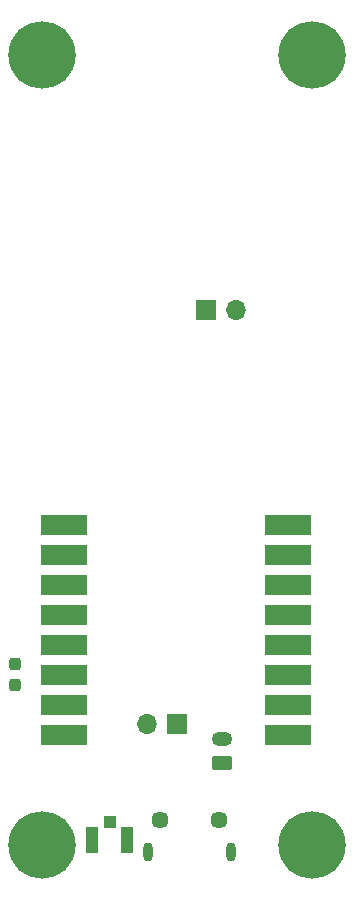
<source format=gbr>
%TF.GenerationSoftware,KiCad,Pcbnew,(6.0.8)*%
%TF.CreationDate,2023-05-05T23:38:08+01:00*%
%TF.ProjectId,circuit board design v1.0,63697263-7569-4742-9062-6f6172642064,rev?*%
%TF.SameCoordinates,Original*%
%TF.FileFunction,Soldermask,Bot*%
%TF.FilePolarity,Negative*%
%FSLAX46Y46*%
G04 Gerber Fmt 4.6, Leading zero omitted, Abs format (unit mm)*
G04 Created by KiCad (PCBNEW (6.0.8)) date 2023-05-05 23:38:08*
%MOMM*%
%LPD*%
G01*
G04 APERTURE LIST*
G04 Aperture macros list*
%AMRoundRect*
0 Rectangle with rounded corners*
0 $1 Rounding radius*
0 $2 $3 $4 $5 $6 $7 $8 $9 X,Y pos of 4 corners*
0 Add a 4 corners polygon primitive as box body*
4,1,4,$2,$3,$4,$5,$6,$7,$8,$9,$2,$3,0*
0 Add four circle primitives for the rounded corners*
1,1,$1+$1,$2,$3*
1,1,$1+$1,$4,$5*
1,1,$1+$1,$6,$7*
1,1,$1+$1,$8,$9*
0 Add four rect primitives between the rounded corners*
20,1,$1+$1,$2,$3,$4,$5,0*
20,1,$1+$1,$4,$5,$6,$7,0*
20,1,$1+$1,$6,$7,$8,$9,0*
20,1,$1+$1,$8,$9,$2,$3,0*%
G04 Aperture macros list end*
%ADD10R,1.700000X1.700000*%
%ADD11O,1.700000X1.700000*%
%ADD12C,1.450000*%
%ADD13O,0.800000X1.600000*%
%ADD14C,3.600000*%
%ADD15C,5.700000*%
%ADD16RoundRect,0.250000X0.625000X-0.350000X0.625000X0.350000X-0.625000X0.350000X-0.625000X-0.350000X0*%
%ADD17O,1.750000X1.200000*%
%ADD18R,4.000000X1.780000*%
%ADD19RoundRect,0.237500X0.237500X-0.300000X0.237500X0.300000X-0.237500X0.300000X-0.237500X-0.300000X0*%
%ADD20R,1.050000X2.200000*%
%ADD21R,1.050000X1.050000*%
G04 APERTURE END LIST*
D10*
%TO.C,J6*%
X37460000Y-45212000D03*
D11*
X40000000Y-45212000D03*
%TD*%
D10*
%TO.C,J1*%
X35057000Y-80264000D03*
D11*
X32517000Y-80264000D03*
%TD*%
D12*
%TO.C,J3*%
X33620000Y-88378000D03*
X38620000Y-88378000D03*
D13*
X32620000Y-91078000D03*
X39620000Y-91078000D03*
%TD*%
D14*
%TO.C,H4*%
X46482000Y-90500000D03*
D15*
X46482000Y-90500000D03*
%TD*%
D16*
%TO.C,J2*%
X38825000Y-83566000D03*
D17*
X38825000Y-81566000D03*
%TD*%
D15*
%TO.C,H2*%
X46482000Y-23622000D03*
D14*
X46482000Y-23622000D03*
%TD*%
%TO.C,H3*%
X23622000Y-23622000D03*
D15*
X23622000Y-23622000D03*
%TD*%
D14*
%TO.C,H1*%
X23749000Y-90500000D03*
D15*
X23622000Y-90500000D03*
%TD*%
D18*
%TO.C,U10*%
X25450000Y-81186000D03*
X25450000Y-78646000D03*
X25450000Y-76106000D03*
X25450000Y-73566000D03*
X25450000Y-71026000D03*
X25450000Y-68486000D03*
X25450000Y-65946000D03*
X25450000Y-63406000D03*
X44400000Y-63406000D03*
X44400000Y-65946000D03*
X44400000Y-68486000D03*
X44400000Y-71026000D03*
X44400000Y-73566000D03*
X44400000Y-76106000D03*
X44400000Y-78646000D03*
X44400000Y-81186000D03*
%TD*%
D19*
%TO.C,C27*%
X21336000Y-76935500D03*
X21336000Y-75210500D03*
%TD*%
D20*
%TO.C,J4*%
X30812000Y-90100500D03*
X27862000Y-90100500D03*
D21*
X29337000Y-88575500D03*
%TD*%
M02*

</source>
